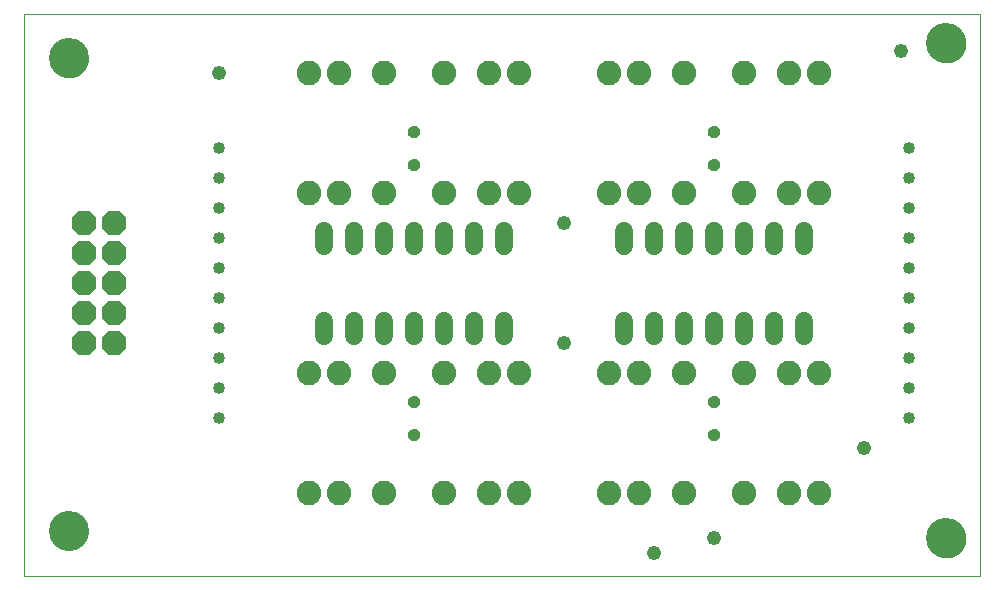
<source format=gts>
G75*
%MOIN*%
%OFA0B0*%
%FSLAX25Y25*%
%IPPOS*%
%LPD*%
%AMOC8*
5,1,8,0,0,1.08239X$1,22.5*
%
%ADD10C,0.00000*%
%ADD11C,0.13398*%
%ADD12C,0.06000*%
%ADD13C,0.04000*%
%ADD14C,0.08200*%
%ADD15C,0.00500*%
%ADD16OC8,0.08200*%
%ADD17C,0.04762*%
D10*
X0003050Y0001000D02*
X0003050Y0188461D01*
X0321751Y0188461D01*
X0321751Y0001000D01*
X0003050Y0001000D01*
X0011751Y0016000D02*
X0011753Y0016158D01*
X0011759Y0016316D01*
X0011769Y0016474D01*
X0011783Y0016632D01*
X0011801Y0016789D01*
X0011822Y0016946D01*
X0011848Y0017102D01*
X0011878Y0017258D01*
X0011911Y0017413D01*
X0011949Y0017566D01*
X0011990Y0017719D01*
X0012035Y0017871D01*
X0012084Y0018022D01*
X0012137Y0018171D01*
X0012193Y0018319D01*
X0012253Y0018465D01*
X0012317Y0018610D01*
X0012385Y0018753D01*
X0012456Y0018895D01*
X0012530Y0019035D01*
X0012608Y0019172D01*
X0012690Y0019308D01*
X0012774Y0019442D01*
X0012863Y0019573D01*
X0012954Y0019702D01*
X0013049Y0019829D01*
X0013146Y0019954D01*
X0013247Y0020076D01*
X0013351Y0020195D01*
X0013458Y0020312D01*
X0013568Y0020426D01*
X0013681Y0020537D01*
X0013796Y0020646D01*
X0013914Y0020751D01*
X0014035Y0020853D01*
X0014158Y0020953D01*
X0014284Y0021049D01*
X0014412Y0021142D01*
X0014542Y0021232D01*
X0014675Y0021318D01*
X0014810Y0021402D01*
X0014946Y0021481D01*
X0015085Y0021558D01*
X0015226Y0021630D01*
X0015368Y0021700D01*
X0015512Y0021765D01*
X0015658Y0021827D01*
X0015805Y0021885D01*
X0015954Y0021940D01*
X0016104Y0021991D01*
X0016255Y0022038D01*
X0016407Y0022081D01*
X0016560Y0022120D01*
X0016715Y0022156D01*
X0016870Y0022187D01*
X0017026Y0022215D01*
X0017182Y0022239D01*
X0017339Y0022259D01*
X0017497Y0022275D01*
X0017654Y0022287D01*
X0017813Y0022295D01*
X0017971Y0022299D01*
X0018129Y0022299D01*
X0018287Y0022295D01*
X0018446Y0022287D01*
X0018603Y0022275D01*
X0018761Y0022259D01*
X0018918Y0022239D01*
X0019074Y0022215D01*
X0019230Y0022187D01*
X0019385Y0022156D01*
X0019540Y0022120D01*
X0019693Y0022081D01*
X0019845Y0022038D01*
X0019996Y0021991D01*
X0020146Y0021940D01*
X0020295Y0021885D01*
X0020442Y0021827D01*
X0020588Y0021765D01*
X0020732Y0021700D01*
X0020874Y0021630D01*
X0021015Y0021558D01*
X0021154Y0021481D01*
X0021290Y0021402D01*
X0021425Y0021318D01*
X0021558Y0021232D01*
X0021688Y0021142D01*
X0021816Y0021049D01*
X0021942Y0020953D01*
X0022065Y0020853D01*
X0022186Y0020751D01*
X0022304Y0020646D01*
X0022419Y0020537D01*
X0022532Y0020426D01*
X0022642Y0020312D01*
X0022749Y0020195D01*
X0022853Y0020076D01*
X0022954Y0019954D01*
X0023051Y0019829D01*
X0023146Y0019702D01*
X0023237Y0019573D01*
X0023326Y0019442D01*
X0023410Y0019308D01*
X0023492Y0019172D01*
X0023570Y0019035D01*
X0023644Y0018895D01*
X0023715Y0018753D01*
X0023783Y0018610D01*
X0023847Y0018465D01*
X0023907Y0018319D01*
X0023963Y0018171D01*
X0024016Y0018022D01*
X0024065Y0017871D01*
X0024110Y0017719D01*
X0024151Y0017566D01*
X0024189Y0017413D01*
X0024222Y0017258D01*
X0024252Y0017102D01*
X0024278Y0016946D01*
X0024299Y0016789D01*
X0024317Y0016632D01*
X0024331Y0016474D01*
X0024341Y0016316D01*
X0024347Y0016158D01*
X0024349Y0016000D01*
X0024347Y0015842D01*
X0024341Y0015684D01*
X0024331Y0015526D01*
X0024317Y0015368D01*
X0024299Y0015211D01*
X0024278Y0015054D01*
X0024252Y0014898D01*
X0024222Y0014742D01*
X0024189Y0014587D01*
X0024151Y0014434D01*
X0024110Y0014281D01*
X0024065Y0014129D01*
X0024016Y0013978D01*
X0023963Y0013829D01*
X0023907Y0013681D01*
X0023847Y0013535D01*
X0023783Y0013390D01*
X0023715Y0013247D01*
X0023644Y0013105D01*
X0023570Y0012965D01*
X0023492Y0012828D01*
X0023410Y0012692D01*
X0023326Y0012558D01*
X0023237Y0012427D01*
X0023146Y0012298D01*
X0023051Y0012171D01*
X0022954Y0012046D01*
X0022853Y0011924D01*
X0022749Y0011805D01*
X0022642Y0011688D01*
X0022532Y0011574D01*
X0022419Y0011463D01*
X0022304Y0011354D01*
X0022186Y0011249D01*
X0022065Y0011147D01*
X0021942Y0011047D01*
X0021816Y0010951D01*
X0021688Y0010858D01*
X0021558Y0010768D01*
X0021425Y0010682D01*
X0021290Y0010598D01*
X0021154Y0010519D01*
X0021015Y0010442D01*
X0020874Y0010370D01*
X0020732Y0010300D01*
X0020588Y0010235D01*
X0020442Y0010173D01*
X0020295Y0010115D01*
X0020146Y0010060D01*
X0019996Y0010009D01*
X0019845Y0009962D01*
X0019693Y0009919D01*
X0019540Y0009880D01*
X0019385Y0009844D01*
X0019230Y0009813D01*
X0019074Y0009785D01*
X0018918Y0009761D01*
X0018761Y0009741D01*
X0018603Y0009725D01*
X0018446Y0009713D01*
X0018287Y0009705D01*
X0018129Y0009701D01*
X0017971Y0009701D01*
X0017813Y0009705D01*
X0017654Y0009713D01*
X0017497Y0009725D01*
X0017339Y0009741D01*
X0017182Y0009761D01*
X0017026Y0009785D01*
X0016870Y0009813D01*
X0016715Y0009844D01*
X0016560Y0009880D01*
X0016407Y0009919D01*
X0016255Y0009962D01*
X0016104Y0010009D01*
X0015954Y0010060D01*
X0015805Y0010115D01*
X0015658Y0010173D01*
X0015512Y0010235D01*
X0015368Y0010300D01*
X0015226Y0010370D01*
X0015085Y0010442D01*
X0014946Y0010519D01*
X0014810Y0010598D01*
X0014675Y0010682D01*
X0014542Y0010768D01*
X0014412Y0010858D01*
X0014284Y0010951D01*
X0014158Y0011047D01*
X0014035Y0011147D01*
X0013914Y0011249D01*
X0013796Y0011354D01*
X0013681Y0011463D01*
X0013568Y0011574D01*
X0013458Y0011688D01*
X0013351Y0011805D01*
X0013247Y0011924D01*
X0013146Y0012046D01*
X0013049Y0012171D01*
X0012954Y0012298D01*
X0012863Y0012427D01*
X0012774Y0012558D01*
X0012690Y0012692D01*
X0012608Y0012828D01*
X0012530Y0012965D01*
X0012456Y0013105D01*
X0012385Y0013247D01*
X0012317Y0013390D01*
X0012253Y0013535D01*
X0012193Y0013681D01*
X0012137Y0013829D01*
X0012084Y0013978D01*
X0012035Y0014129D01*
X0011990Y0014281D01*
X0011949Y0014434D01*
X0011911Y0014587D01*
X0011878Y0014742D01*
X0011848Y0014898D01*
X0011822Y0015054D01*
X0011801Y0015211D01*
X0011783Y0015368D01*
X0011769Y0015526D01*
X0011759Y0015684D01*
X0011753Y0015842D01*
X0011751Y0016000D01*
X0011751Y0173500D02*
X0011753Y0173658D01*
X0011759Y0173816D01*
X0011769Y0173974D01*
X0011783Y0174132D01*
X0011801Y0174289D01*
X0011822Y0174446D01*
X0011848Y0174602D01*
X0011878Y0174758D01*
X0011911Y0174913D01*
X0011949Y0175066D01*
X0011990Y0175219D01*
X0012035Y0175371D01*
X0012084Y0175522D01*
X0012137Y0175671D01*
X0012193Y0175819D01*
X0012253Y0175965D01*
X0012317Y0176110D01*
X0012385Y0176253D01*
X0012456Y0176395D01*
X0012530Y0176535D01*
X0012608Y0176672D01*
X0012690Y0176808D01*
X0012774Y0176942D01*
X0012863Y0177073D01*
X0012954Y0177202D01*
X0013049Y0177329D01*
X0013146Y0177454D01*
X0013247Y0177576D01*
X0013351Y0177695D01*
X0013458Y0177812D01*
X0013568Y0177926D01*
X0013681Y0178037D01*
X0013796Y0178146D01*
X0013914Y0178251D01*
X0014035Y0178353D01*
X0014158Y0178453D01*
X0014284Y0178549D01*
X0014412Y0178642D01*
X0014542Y0178732D01*
X0014675Y0178818D01*
X0014810Y0178902D01*
X0014946Y0178981D01*
X0015085Y0179058D01*
X0015226Y0179130D01*
X0015368Y0179200D01*
X0015512Y0179265D01*
X0015658Y0179327D01*
X0015805Y0179385D01*
X0015954Y0179440D01*
X0016104Y0179491D01*
X0016255Y0179538D01*
X0016407Y0179581D01*
X0016560Y0179620D01*
X0016715Y0179656D01*
X0016870Y0179687D01*
X0017026Y0179715D01*
X0017182Y0179739D01*
X0017339Y0179759D01*
X0017497Y0179775D01*
X0017654Y0179787D01*
X0017813Y0179795D01*
X0017971Y0179799D01*
X0018129Y0179799D01*
X0018287Y0179795D01*
X0018446Y0179787D01*
X0018603Y0179775D01*
X0018761Y0179759D01*
X0018918Y0179739D01*
X0019074Y0179715D01*
X0019230Y0179687D01*
X0019385Y0179656D01*
X0019540Y0179620D01*
X0019693Y0179581D01*
X0019845Y0179538D01*
X0019996Y0179491D01*
X0020146Y0179440D01*
X0020295Y0179385D01*
X0020442Y0179327D01*
X0020588Y0179265D01*
X0020732Y0179200D01*
X0020874Y0179130D01*
X0021015Y0179058D01*
X0021154Y0178981D01*
X0021290Y0178902D01*
X0021425Y0178818D01*
X0021558Y0178732D01*
X0021688Y0178642D01*
X0021816Y0178549D01*
X0021942Y0178453D01*
X0022065Y0178353D01*
X0022186Y0178251D01*
X0022304Y0178146D01*
X0022419Y0178037D01*
X0022532Y0177926D01*
X0022642Y0177812D01*
X0022749Y0177695D01*
X0022853Y0177576D01*
X0022954Y0177454D01*
X0023051Y0177329D01*
X0023146Y0177202D01*
X0023237Y0177073D01*
X0023326Y0176942D01*
X0023410Y0176808D01*
X0023492Y0176672D01*
X0023570Y0176535D01*
X0023644Y0176395D01*
X0023715Y0176253D01*
X0023783Y0176110D01*
X0023847Y0175965D01*
X0023907Y0175819D01*
X0023963Y0175671D01*
X0024016Y0175522D01*
X0024065Y0175371D01*
X0024110Y0175219D01*
X0024151Y0175066D01*
X0024189Y0174913D01*
X0024222Y0174758D01*
X0024252Y0174602D01*
X0024278Y0174446D01*
X0024299Y0174289D01*
X0024317Y0174132D01*
X0024331Y0173974D01*
X0024341Y0173816D01*
X0024347Y0173658D01*
X0024349Y0173500D01*
X0024347Y0173342D01*
X0024341Y0173184D01*
X0024331Y0173026D01*
X0024317Y0172868D01*
X0024299Y0172711D01*
X0024278Y0172554D01*
X0024252Y0172398D01*
X0024222Y0172242D01*
X0024189Y0172087D01*
X0024151Y0171934D01*
X0024110Y0171781D01*
X0024065Y0171629D01*
X0024016Y0171478D01*
X0023963Y0171329D01*
X0023907Y0171181D01*
X0023847Y0171035D01*
X0023783Y0170890D01*
X0023715Y0170747D01*
X0023644Y0170605D01*
X0023570Y0170465D01*
X0023492Y0170328D01*
X0023410Y0170192D01*
X0023326Y0170058D01*
X0023237Y0169927D01*
X0023146Y0169798D01*
X0023051Y0169671D01*
X0022954Y0169546D01*
X0022853Y0169424D01*
X0022749Y0169305D01*
X0022642Y0169188D01*
X0022532Y0169074D01*
X0022419Y0168963D01*
X0022304Y0168854D01*
X0022186Y0168749D01*
X0022065Y0168647D01*
X0021942Y0168547D01*
X0021816Y0168451D01*
X0021688Y0168358D01*
X0021558Y0168268D01*
X0021425Y0168182D01*
X0021290Y0168098D01*
X0021154Y0168019D01*
X0021015Y0167942D01*
X0020874Y0167870D01*
X0020732Y0167800D01*
X0020588Y0167735D01*
X0020442Y0167673D01*
X0020295Y0167615D01*
X0020146Y0167560D01*
X0019996Y0167509D01*
X0019845Y0167462D01*
X0019693Y0167419D01*
X0019540Y0167380D01*
X0019385Y0167344D01*
X0019230Y0167313D01*
X0019074Y0167285D01*
X0018918Y0167261D01*
X0018761Y0167241D01*
X0018603Y0167225D01*
X0018446Y0167213D01*
X0018287Y0167205D01*
X0018129Y0167201D01*
X0017971Y0167201D01*
X0017813Y0167205D01*
X0017654Y0167213D01*
X0017497Y0167225D01*
X0017339Y0167241D01*
X0017182Y0167261D01*
X0017026Y0167285D01*
X0016870Y0167313D01*
X0016715Y0167344D01*
X0016560Y0167380D01*
X0016407Y0167419D01*
X0016255Y0167462D01*
X0016104Y0167509D01*
X0015954Y0167560D01*
X0015805Y0167615D01*
X0015658Y0167673D01*
X0015512Y0167735D01*
X0015368Y0167800D01*
X0015226Y0167870D01*
X0015085Y0167942D01*
X0014946Y0168019D01*
X0014810Y0168098D01*
X0014675Y0168182D01*
X0014542Y0168268D01*
X0014412Y0168358D01*
X0014284Y0168451D01*
X0014158Y0168547D01*
X0014035Y0168647D01*
X0013914Y0168749D01*
X0013796Y0168854D01*
X0013681Y0168963D01*
X0013568Y0169074D01*
X0013458Y0169188D01*
X0013351Y0169305D01*
X0013247Y0169424D01*
X0013146Y0169546D01*
X0013049Y0169671D01*
X0012954Y0169798D01*
X0012863Y0169927D01*
X0012774Y0170058D01*
X0012690Y0170192D01*
X0012608Y0170328D01*
X0012530Y0170465D01*
X0012456Y0170605D01*
X0012385Y0170747D01*
X0012317Y0170890D01*
X0012253Y0171035D01*
X0012193Y0171181D01*
X0012137Y0171329D01*
X0012084Y0171478D01*
X0012035Y0171629D01*
X0011990Y0171781D01*
X0011949Y0171934D01*
X0011911Y0172087D01*
X0011878Y0172242D01*
X0011848Y0172398D01*
X0011822Y0172554D01*
X0011801Y0172711D01*
X0011783Y0172868D01*
X0011769Y0173026D01*
X0011759Y0173184D01*
X0011753Y0173342D01*
X0011751Y0173500D01*
X0304251Y0178500D02*
X0304253Y0178658D01*
X0304259Y0178816D01*
X0304269Y0178974D01*
X0304283Y0179132D01*
X0304301Y0179289D01*
X0304322Y0179446D01*
X0304348Y0179602D01*
X0304378Y0179758D01*
X0304411Y0179913D01*
X0304449Y0180066D01*
X0304490Y0180219D01*
X0304535Y0180371D01*
X0304584Y0180522D01*
X0304637Y0180671D01*
X0304693Y0180819D01*
X0304753Y0180965D01*
X0304817Y0181110D01*
X0304885Y0181253D01*
X0304956Y0181395D01*
X0305030Y0181535D01*
X0305108Y0181672D01*
X0305190Y0181808D01*
X0305274Y0181942D01*
X0305363Y0182073D01*
X0305454Y0182202D01*
X0305549Y0182329D01*
X0305646Y0182454D01*
X0305747Y0182576D01*
X0305851Y0182695D01*
X0305958Y0182812D01*
X0306068Y0182926D01*
X0306181Y0183037D01*
X0306296Y0183146D01*
X0306414Y0183251D01*
X0306535Y0183353D01*
X0306658Y0183453D01*
X0306784Y0183549D01*
X0306912Y0183642D01*
X0307042Y0183732D01*
X0307175Y0183818D01*
X0307310Y0183902D01*
X0307446Y0183981D01*
X0307585Y0184058D01*
X0307726Y0184130D01*
X0307868Y0184200D01*
X0308012Y0184265D01*
X0308158Y0184327D01*
X0308305Y0184385D01*
X0308454Y0184440D01*
X0308604Y0184491D01*
X0308755Y0184538D01*
X0308907Y0184581D01*
X0309060Y0184620D01*
X0309215Y0184656D01*
X0309370Y0184687D01*
X0309526Y0184715D01*
X0309682Y0184739D01*
X0309839Y0184759D01*
X0309997Y0184775D01*
X0310154Y0184787D01*
X0310313Y0184795D01*
X0310471Y0184799D01*
X0310629Y0184799D01*
X0310787Y0184795D01*
X0310946Y0184787D01*
X0311103Y0184775D01*
X0311261Y0184759D01*
X0311418Y0184739D01*
X0311574Y0184715D01*
X0311730Y0184687D01*
X0311885Y0184656D01*
X0312040Y0184620D01*
X0312193Y0184581D01*
X0312345Y0184538D01*
X0312496Y0184491D01*
X0312646Y0184440D01*
X0312795Y0184385D01*
X0312942Y0184327D01*
X0313088Y0184265D01*
X0313232Y0184200D01*
X0313374Y0184130D01*
X0313515Y0184058D01*
X0313654Y0183981D01*
X0313790Y0183902D01*
X0313925Y0183818D01*
X0314058Y0183732D01*
X0314188Y0183642D01*
X0314316Y0183549D01*
X0314442Y0183453D01*
X0314565Y0183353D01*
X0314686Y0183251D01*
X0314804Y0183146D01*
X0314919Y0183037D01*
X0315032Y0182926D01*
X0315142Y0182812D01*
X0315249Y0182695D01*
X0315353Y0182576D01*
X0315454Y0182454D01*
X0315551Y0182329D01*
X0315646Y0182202D01*
X0315737Y0182073D01*
X0315826Y0181942D01*
X0315910Y0181808D01*
X0315992Y0181672D01*
X0316070Y0181535D01*
X0316144Y0181395D01*
X0316215Y0181253D01*
X0316283Y0181110D01*
X0316347Y0180965D01*
X0316407Y0180819D01*
X0316463Y0180671D01*
X0316516Y0180522D01*
X0316565Y0180371D01*
X0316610Y0180219D01*
X0316651Y0180066D01*
X0316689Y0179913D01*
X0316722Y0179758D01*
X0316752Y0179602D01*
X0316778Y0179446D01*
X0316799Y0179289D01*
X0316817Y0179132D01*
X0316831Y0178974D01*
X0316841Y0178816D01*
X0316847Y0178658D01*
X0316849Y0178500D01*
X0316847Y0178342D01*
X0316841Y0178184D01*
X0316831Y0178026D01*
X0316817Y0177868D01*
X0316799Y0177711D01*
X0316778Y0177554D01*
X0316752Y0177398D01*
X0316722Y0177242D01*
X0316689Y0177087D01*
X0316651Y0176934D01*
X0316610Y0176781D01*
X0316565Y0176629D01*
X0316516Y0176478D01*
X0316463Y0176329D01*
X0316407Y0176181D01*
X0316347Y0176035D01*
X0316283Y0175890D01*
X0316215Y0175747D01*
X0316144Y0175605D01*
X0316070Y0175465D01*
X0315992Y0175328D01*
X0315910Y0175192D01*
X0315826Y0175058D01*
X0315737Y0174927D01*
X0315646Y0174798D01*
X0315551Y0174671D01*
X0315454Y0174546D01*
X0315353Y0174424D01*
X0315249Y0174305D01*
X0315142Y0174188D01*
X0315032Y0174074D01*
X0314919Y0173963D01*
X0314804Y0173854D01*
X0314686Y0173749D01*
X0314565Y0173647D01*
X0314442Y0173547D01*
X0314316Y0173451D01*
X0314188Y0173358D01*
X0314058Y0173268D01*
X0313925Y0173182D01*
X0313790Y0173098D01*
X0313654Y0173019D01*
X0313515Y0172942D01*
X0313374Y0172870D01*
X0313232Y0172800D01*
X0313088Y0172735D01*
X0312942Y0172673D01*
X0312795Y0172615D01*
X0312646Y0172560D01*
X0312496Y0172509D01*
X0312345Y0172462D01*
X0312193Y0172419D01*
X0312040Y0172380D01*
X0311885Y0172344D01*
X0311730Y0172313D01*
X0311574Y0172285D01*
X0311418Y0172261D01*
X0311261Y0172241D01*
X0311103Y0172225D01*
X0310946Y0172213D01*
X0310787Y0172205D01*
X0310629Y0172201D01*
X0310471Y0172201D01*
X0310313Y0172205D01*
X0310154Y0172213D01*
X0309997Y0172225D01*
X0309839Y0172241D01*
X0309682Y0172261D01*
X0309526Y0172285D01*
X0309370Y0172313D01*
X0309215Y0172344D01*
X0309060Y0172380D01*
X0308907Y0172419D01*
X0308755Y0172462D01*
X0308604Y0172509D01*
X0308454Y0172560D01*
X0308305Y0172615D01*
X0308158Y0172673D01*
X0308012Y0172735D01*
X0307868Y0172800D01*
X0307726Y0172870D01*
X0307585Y0172942D01*
X0307446Y0173019D01*
X0307310Y0173098D01*
X0307175Y0173182D01*
X0307042Y0173268D01*
X0306912Y0173358D01*
X0306784Y0173451D01*
X0306658Y0173547D01*
X0306535Y0173647D01*
X0306414Y0173749D01*
X0306296Y0173854D01*
X0306181Y0173963D01*
X0306068Y0174074D01*
X0305958Y0174188D01*
X0305851Y0174305D01*
X0305747Y0174424D01*
X0305646Y0174546D01*
X0305549Y0174671D01*
X0305454Y0174798D01*
X0305363Y0174927D01*
X0305274Y0175058D01*
X0305190Y0175192D01*
X0305108Y0175328D01*
X0305030Y0175465D01*
X0304956Y0175605D01*
X0304885Y0175747D01*
X0304817Y0175890D01*
X0304753Y0176035D01*
X0304693Y0176181D01*
X0304637Y0176329D01*
X0304584Y0176478D01*
X0304535Y0176629D01*
X0304490Y0176781D01*
X0304449Y0176934D01*
X0304411Y0177087D01*
X0304378Y0177242D01*
X0304348Y0177398D01*
X0304322Y0177554D01*
X0304301Y0177711D01*
X0304283Y0177868D01*
X0304269Y0178026D01*
X0304259Y0178184D01*
X0304253Y0178342D01*
X0304251Y0178500D01*
X0304251Y0013500D02*
X0304253Y0013658D01*
X0304259Y0013816D01*
X0304269Y0013974D01*
X0304283Y0014132D01*
X0304301Y0014289D01*
X0304322Y0014446D01*
X0304348Y0014602D01*
X0304378Y0014758D01*
X0304411Y0014913D01*
X0304449Y0015066D01*
X0304490Y0015219D01*
X0304535Y0015371D01*
X0304584Y0015522D01*
X0304637Y0015671D01*
X0304693Y0015819D01*
X0304753Y0015965D01*
X0304817Y0016110D01*
X0304885Y0016253D01*
X0304956Y0016395D01*
X0305030Y0016535D01*
X0305108Y0016672D01*
X0305190Y0016808D01*
X0305274Y0016942D01*
X0305363Y0017073D01*
X0305454Y0017202D01*
X0305549Y0017329D01*
X0305646Y0017454D01*
X0305747Y0017576D01*
X0305851Y0017695D01*
X0305958Y0017812D01*
X0306068Y0017926D01*
X0306181Y0018037D01*
X0306296Y0018146D01*
X0306414Y0018251D01*
X0306535Y0018353D01*
X0306658Y0018453D01*
X0306784Y0018549D01*
X0306912Y0018642D01*
X0307042Y0018732D01*
X0307175Y0018818D01*
X0307310Y0018902D01*
X0307446Y0018981D01*
X0307585Y0019058D01*
X0307726Y0019130D01*
X0307868Y0019200D01*
X0308012Y0019265D01*
X0308158Y0019327D01*
X0308305Y0019385D01*
X0308454Y0019440D01*
X0308604Y0019491D01*
X0308755Y0019538D01*
X0308907Y0019581D01*
X0309060Y0019620D01*
X0309215Y0019656D01*
X0309370Y0019687D01*
X0309526Y0019715D01*
X0309682Y0019739D01*
X0309839Y0019759D01*
X0309997Y0019775D01*
X0310154Y0019787D01*
X0310313Y0019795D01*
X0310471Y0019799D01*
X0310629Y0019799D01*
X0310787Y0019795D01*
X0310946Y0019787D01*
X0311103Y0019775D01*
X0311261Y0019759D01*
X0311418Y0019739D01*
X0311574Y0019715D01*
X0311730Y0019687D01*
X0311885Y0019656D01*
X0312040Y0019620D01*
X0312193Y0019581D01*
X0312345Y0019538D01*
X0312496Y0019491D01*
X0312646Y0019440D01*
X0312795Y0019385D01*
X0312942Y0019327D01*
X0313088Y0019265D01*
X0313232Y0019200D01*
X0313374Y0019130D01*
X0313515Y0019058D01*
X0313654Y0018981D01*
X0313790Y0018902D01*
X0313925Y0018818D01*
X0314058Y0018732D01*
X0314188Y0018642D01*
X0314316Y0018549D01*
X0314442Y0018453D01*
X0314565Y0018353D01*
X0314686Y0018251D01*
X0314804Y0018146D01*
X0314919Y0018037D01*
X0315032Y0017926D01*
X0315142Y0017812D01*
X0315249Y0017695D01*
X0315353Y0017576D01*
X0315454Y0017454D01*
X0315551Y0017329D01*
X0315646Y0017202D01*
X0315737Y0017073D01*
X0315826Y0016942D01*
X0315910Y0016808D01*
X0315992Y0016672D01*
X0316070Y0016535D01*
X0316144Y0016395D01*
X0316215Y0016253D01*
X0316283Y0016110D01*
X0316347Y0015965D01*
X0316407Y0015819D01*
X0316463Y0015671D01*
X0316516Y0015522D01*
X0316565Y0015371D01*
X0316610Y0015219D01*
X0316651Y0015066D01*
X0316689Y0014913D01*
X0316722Y0014758D01*
X0316752Y0014602D01*
X0316778Y0014446D01*
X0316799Y0014289D01*
X0316817Y0014132D01*
X0316831Y0013974D01*
X0316841Y0013816D01*
X0316847Y0013658D01*
X0316849Y0013500D01*
X0316847Y0013342D01*
X0316841Y0013184D01*
X0316831Y0013026D01*
X0316817Y0012868D01*
X0316799Y0012711D01*
X0316778Y0012554D01*
X0316752Y0012398D01*
X0316722Y0012242D01*
X0316689Y0012087D01*
X0316651Y0011934D01*
X0316610Y0011781D01*
X0316565Y0011629D01*
X0316516Y0011478D01*
X0316463Y0011329D01*
X0316407Y0011181D01*
X0316347Y0011035D01*
X0316283Y0010890D01*
X0316215Y0010747D01*
X0316144Y0010605D01*
X0316070Y0010465D01*
X0315992Y0010328D01*
X0315910Y0010192D01*
X0315826Y0010058D01*
X0315737Y0009927D01*
X0315646Y0009798D01*
X0315551Y0009671D01*
X0315454Y0009546D01*
X0315353Y0009424D01*
X0315249Y0009305D01*
X0315142Y0009188D01*
X0315032Y0009074D01*
X0314919Y0008963D01*
X0314804Y0008854D01*
X0314686Y0008749D01*
X0314565Y0008647D01*
X0314442Y0008547D01*
X0314316Y0008451D01*
X0314188Y0008358D01*
X0314058Y0008268D01*
X0313925Y0008182D01*
X0313790Y0008098D01*
X0313654Y0008019D01*
X0313515Y0007942D01*
X0313374Y0007870D01*
X0313232Y0007800D01*
X0313088Y0007735D01*
X0312942Y0007673D01*
X0312795Y0007615D01*
X0312646Y0007560D01*
X0312496Y0007509D01*
X0312345Y0007462D01*
X0312193Y0007419D01*
X0312040Y0007380D01*
X0311885Y0007344D01*
X0311730Y0007313D01*
X0311574Y0007285D01*
X0311418Y0007261D01*
X0311261Y0007241D01*
X0311103Y0007225D01*
X0310946Y0007213D01*
X0310787Y0007205D01*
X0310629Y0007201D01*
X0310471Y0007201D01*
X0310313Y0007205D01*
X0310154Y0007213D01*
X0309997Y0007225D01*
X0309839Y0007241D01*
X0309682Y0007261D01*
X0309526Y0007285D01*
X0309370Y0007313D01*
X0309215Y0007344D01*
X0309060Y0007380D01*
X0308907Y0007419D01*
X0308755Y0007462D01*
X0308604Y0007509D01*
X0308454Y0007560D01*
X0308305Y0007615D01*
X0308158Y0007673D01*
X0308012Y0007735D01*
X0307868Y0007800D01*
X0307726Y0007870D01*
X0307585Y0007942D01*
X0307446Y0008019D01*
X0307310Y0008098D01*
X0307175Y0008182D01*
X0307042Y0008268D01*
X0306912Y0008358D01*
X0306784Y0008451D01*
X0306658Y0008547D01*
X0306535Y0008647D01*
X0306414Y0008749D01*
X0306296Y0008854D01*
X0306181Y0008963D01*
X0306068Y0009074D01*
X0305958Y0009188D01*
X0305851Y0009305D01*
X0305747Y0009424D01*
X0305646Y0009546D01*
X0305549Y0009671D01*
X0305454Y0009798D01*
X0305363Y0009927D01*
X0305274Y0010058D01*
X0305190Y0010192D01*
X0305108Y0010328D01*
X0305030Y0010465D01*
X0304956Y0010605D01*
X0304885Y0010747D01*
X0304817Y0010890D01*
X0304753Y0011035D01*
X0304693Y0011181D01*
X0304637Y0011329D01*
X0304584Y0011478D01*
X0304535Y0011629D01*
X0304490Y0011781D01*
X0304449Y0011934D01*
X0304411Y0012087D01*
X0304378Y0012242D01*
X0304348Y0012398D01*
X0304322Y0012554D01*
X0304301Y0012711D01*
X0304283Y0012868D01*
X0304269Y0013026D01*
X0304259Y0013184D01*
X0304253Y0013342D01*
X0304251Y0013500D01*
D11*
X0310550Y0013500D03*
X0310550Y0178500D03*
X0018050Y0173500D03*
X0018050Y0016000D03*
D12*
X0103050Y0080900D02*
X0103050Y0086100D01*
X0113050Y0086100D02*
X0113050Y0080900D01*
X0123050Y0080900D02*
X0123050Y0086100D01*
X0133050Y0086100D02*
X0133050Y0080900D01*
X0143050Y0080900D02*
X0143050Y0086100D01*
X0153050Y0086100D02*
X0153050Y0080900D01*
X0163050Y0080900D02*
X0163050Y0086100D01*
X0203050Y0086100D02*
X0203050Y0080900D01*
X0213050Y0080900D02*
X0213050Y0086100D01*
X0223050Y0086100D02*
X0223050Y0080900D01*
X0233050Y0080900D02*
X0233050Y0086100D01*
X0243050Y0086100D02*
X0243050Y0080900D01*
X0253050Y0080900D02*
X0253050Y0086100D01*
X0263050Y0086100D02*
X0263050Y0080900D01*
X0263050Y0110900D02*
X0263050Y0116100D01*
X0253050Y0116100D02*
X0253050Y0110900D01*
X0243050Y0110900D02*
X0243050Y0116100D01*
X0233050Y0116100D02*
X0233050Y0110900D01*
X0223050Y0110900D02*
X0223050Y0116100D01*
X0213050Y0116100D02*
X0213050Y0110900D01*
X0203050Y0110900D02*
X0203050Y0116100D01*
X0163050Y0116100D02*
X0163050Y0110900D01*
X0153050Y0110900D02*
X0153050Y0116100D01*
X0143050Y0116100D02*
X0143050Y0110900D01*
X0133050Y0110900D02*
X0133050Y0116100D01*
X0123050Y0116100D02*
X0123050Y0110900D01*
X0113050Y0110900D02*
X0113050Y0116100D01*
X0103050Y0116100D02*
X0103050Y0110900D01*
D13*
X0068050Y0113500D03*
X0068050Y0103500D03*
X0068050Y0093500D03*
X0068050Y0083500D03*
X0068050Y0073500D03*
X0068050Y0063500D03*
X0068050Y0053500D03*
X0068050Y0123500D03*
X0068050Y0133500D03*
X0068050Y0143500D03*
X0298050Y0143500D03*
X0298050Y0133500D03*
X0298050Y0123500D03*
X0298050Y0113500D03*
X0298050Y0103500D03*
X0298050Y0093500D03*
X0298050Y0083500D03*
X0298050Y0073500D03*
X0298050Y0063500D03*
X0298050Y0053500D03*
D14*
X0268050Y0068500D03*
X0258050Y0068500D03*
X0243050Y0068500D03*
X0223050Y0068500D03*
X0208050Y0068500D03*
X0198050Y0068500D03*
X0168050Y0068500D03*
X0158050Y0068500D03*
X0143050Y0068500D03*
X0123050Y0068500D03*
X0108050Y0068500D03*
X0098050Y0068500D03*
X0098050Y0028500D03*
X0108050Y0028500D03*
X0123050Y0028500D03*
X0143050Y0028500D03*
X0158050Y0028500D03*
X0168050Y0028500D03*
X0198050Y0028500D03*
X0208050Y0028500D03*
X0223050Y0028500D03*
X0243050Y0028500D03*
X0258050Y0028500D03*
X0268050Y0028500D03*
X0268050Y0128500D03*
X0258050Y0128500D03*
X0243050Y0128500D03*
X0223050Y0128500D03*
X0208050Y0128500D03*
X0198050Y0128500D03*
X0168050Y0128500D03*
X0158050Y0128500D03*
X0143050Y0128500D03*
X0123050Y0128500D03*
X0108050Y0128500D03*
X0098050Y0128500D03*
X0098050Y0168500D03*
X0108050Y0168500D03*
X0123050Y0168500D03*
X0143050Y0168500D03*
X0158050Y0168500D03*
X0168050Y0168500D03*
X0198050Y0168500D03*
X0208050Y0168500D03*
X0223050Y0168500D03*
X0243050Y0168500D03*
X0258050Y0168500D03*
X0268050Y0168500D03*
D15*
X0234616Y0149740D02*
X0234740Y0149374D01*
X0234780Y0148990D01*
X0234746Y0148609D01*
X0234628Y0148244D01*
X0234432Y0147915D01*
X0234168Y0147638D01*
X0233848Y0147427D01*
X0233490Y0147292D01*
X0233110Y0147240D01*
X0232710Y0147275D01*
X0232327Y0147398D01*
X0231981Y0147604D01*
X0231690Y0147881D01*
X0231468Y0148216D01*
X0231325Y0148592D01*
X0231270Y0148990D01*
X0231322Y0149383D01*
X0231459Y0149755D01*
X0231675Y0150087D01*
X0231960Y0150362D01*
X0232299Y0150568D01*
X0232676Y0150692D01*
X0233070Y0150730D01*
X0233454Y0150683D01*
X0233817Y0150553D01*
X0234142Y0150344D01*
X0234413Y0150069D01*
X0234616Y0149740D01*
X0234678Y0149556D02*
X0231385Y0149556D01*
X0231279Y0149058D02*
X0234773Y0149058D01*
X0234730Y0148559D02*
X0231338Y0148559D01*
X0231571Y0148061D02*
X0234519Y0148061D01*
X0234053Y0147562D02*
X0232051Y0147562D01*
X0231654Y0150055D02*
X0234422Y0150055D01*
X0233815Y0150553D02*
X0232276Y0150553D01*
X0233070Y0139710D02*
X0233454Y0139663D01*
X0233817Y0139533D01*
X0234142Y0139324D01*
X0234413Y0139049D01*
X0234616Y0138720D01*
X0234740Y0138354D01*
X0234780Y0137970D01*
X0234746Y0137589D01*
X0234628Y0137224D01*
X0234432Y0136895D01*
X0234168Y0136618D01*
X0233848Y0136407D01*
X0233490Y0136272D01*
X0233110Y0136220D01*
X0232710Y0136255D01*
X0232327Y0136378D01*
X0231981Y0136584D01*
X0231690Y0136861D01*
X0231468Y0137196D01*
X0231325Y0137572D01*
X0231270Y0137970D01*
X0231322Y0138363D01*
X0231459Y0138735D01*
X0231675Y0139067D01*
X0231960Y0139342D01*
X0232299Y0139548D01*
X0232676Y0139672D01*
X0233070Y0139710D01*
X0233668Y0139586D02*
X0232416Y0139586D01*
X0231697Y0139088D02*
X0234375Y0139088D01*
X0234660Y0138589D02*
X0231405Y0138589D01*
X0231286Y0138091D02*
X0234768Y0138091D01*
X0234747Y0137592D02*
X0231323Y0137592D01*
X0231536Y0137094D02*
X0234551Y0137094D01*
X0234133Y0136595D02*
X0231969Y0136595D01*
X0134780Y0137970D02*
X0134746Y0137589D01*
X0134628Y0137224D01*
X0134432Y0136895D01*
X0134168Y0136618D01*
X0133848Y0136407D01*
X0133490Y0136272D01*
X0133110Y0136220D01*
X0132710Y0136255D01*
X0132327Y0136378D01*
X0131981Y0136584D01*
X0131690Y0136861D01*
X0131468Y0137196D01*
X0131325Y0137572D01*
X0131270Y0137970D01*
X0131322Y0138363D01*
X0131459Y0138735D01*
X0131675Y0139067D01*
X0131960Y0139342D01*
X0132299Y0139548D01*
X0132676Y0139672D01*
X0133070Y0139710D01*
X0133454Y0139663D01*
X0133817Y0139533D01*
X0134142Y0139324D01*
X0134413Y0139049D01*
X0134616Y0138720D01*
X0134740Y0138354D01*
X0134780Y0137970D01*
X0134768Y0138091D02*
X0131286Y0138091D01*
X0131323Y0137592D02*
X0134747Y0137592D01*
X0134551Y0137094D02*
X0131536Y0137094D01*
X0131969Y0136595D02*
X0134133Y0136595D01*
X0134660Y0138589D02*
X0131405Y0138589D01*
X0131697Y0139088D02*
X0134375Y0139088D01*
X0133668Y0139586D02*
X0132416Y0139586D01*
X0133110Y0147240D02*
X0132710Y0147275D01*
X0132327Y0147398D01*
X0131981Y0147604D01*
X0131690Y0147881D01*
X0131468Y0148216D01*
X0131325Y0148592D01*
X0131270Y0148990D01*
X0131322Y0149383D01*
X0131459Y0149755D01*
X0131675Y0150087D01*
X0131960Y0150362D01*
X0132299Y0150568D01*
X0132676Y0150692D01*
X0133070Y0150730D01*
X0133454Y0150683D01*
X0133817Y0150553D01*
X0134142Y0150344D01*
X0134413Y0150069D01*
X0134616Y0149740D01*
X0134740Y0149374D01*
X0134780Y0148990D01*
X0134746Y0148609D01*
X0134628Y0148244D01*
X0134432Y0147915D01*
X0134168Y0147638D01*
X0133848Y0147427D01*
X0133490Y0147292D01*
X0133110Y0147240D01*
X0134053Y0147562D02*
X0132051Y0147562D01*
X0131571Y0148061D02*
X0134519Y0148061D01*
X0134730Y0148559D02*
X0131338Y0148559D01*
X0131279Y0149058D02*
X0134773Y0149058D01*
X0134678Y0149556D02*
X0131385Y0149556D01*
X0131654Y0150055D02*
X0134422Y0150055D01*
X0133815Y0150553D02*
X0132276Y0150553D01*
X0132990Y0060780D02*
X0133390Y0060745D01*
X0133773Y0060622D01*
X0134119Y0060416D01*
X0134410Y0060139D01*
X0134632Y0059804D01*
X0134775Y0059428D01*
X0134830Y0059030D01*
X0134778Y0058637D01*
X0134641Y0058265D01*
X0134425Y0057933D01*
X0134140Y0057658D01*
X0133801Y0057452D01*
X0133424Y0057328D01*
X0133030Y0057290D01*
X0132646Y0057337D01*
X0132283Y0057467D01*
X0131958Y0057676D01*
X0131687Y0057951D01*
X0131484Y0058280D01*
X0131360Y0058646D01*
X0131320Y0059030D01*
X0131354Y0059411D01*
X0131472Y0059776D01*
X0131668Y0060105D01*
X0131932Y0060382D01*
X0132252Y0060593D01*
X0132610Y0060728D01*
X0132990Y0060780D01*
X0131876Y0060323D02*
X0134217Y0060323D01*
X0134619Y0059824D02*
X0131501Y0059824D01*
X0131346Y0059326D02*
X0134789Y0059326D01*
X0134803Y0058827D02*
X0131341Y0058827D01*
X0131467Y0058329D02*
X0134665Y0058329D01*
X0134318Y0057830D02*
X0131806Y0057830D01*
X0132687Y0057332D02*
X0133436Y0057332D01*
X0132990Y0049760D02*
X0133390Y0049725D01*
X0133773Y0049602D01*
X0134119Y0049396D01*
X0134410Y0049119D01*
X0134632Y0048784D01*
X0134775Y0048408D01*
X0134830Y0048010D01*
X0134778Y0047617D01*
X0134641Y0047245D01*
X0134425Y0046913D01*
X0134140Y0046638D01*
X0133801Y0046432D01*
X0133424Y0046308D01*
X0133030Y0046270D01*
X0132646Y0046317D01*
X0132283Y0046447D01*
X0131958Y0046656D01*
X0131687Y0046931D01*
X0131484Y0047260D01*
X0131360Y0047626D01*
X0131320Y0048010D01*
X0131354Y0048391D01*
X0131472Y0048756D01*
X0131668Y0049085D01*
X0131932Y0049362D01*
X0132252Y0049573D01*
X0132610Y0049708D01*
X0132990Y0049760D01*
X0131926Y0049356D02*
X0134161Y0049356D01*
X0134584Y0048857D02*
X0131532Y0048857D01*
X0131351Y0048359D02*
X0134781Y0048359D01*
X0134810Y0047860D02*
X0131335Y0047860D01*
X0131449Y0047362D02*
X0134684Y0047362D01*
X0134373Y0046863D02*
X0131754Y0046863D01*
X0132513Y0046365D02*
X0133596Y0046365D01*
X0231320Y0048010D02*
X0231360Y0047626D01*
X0231484Y0047260D01*
X0231687Y0046931D01*
X0231958Y0046656D01*
X0232283Y0046447D01*
X0232646Y0046317D01*
X0233030Y0046270D01*
X0233424Y0046308D01*
X0233801Y0046432D01*
X0234140Y0046638D01*
X0234425Y0046913D01*
X0234641Y0047245D01*
X0234778Y0047617D01*
X0234830Y0048010D01*
X0234775Y0048408D01*
X0234632Y0048784D01*
X0234410Y0049119D01*
X0234119Y0049396D01*
X0233773Y0049602D01*
X0233390Y0049725D01*
X0232990Y0049760D01*
X0232610Y0049708D01*
X0232252Y0049573D01*
X0231932Y0049362D01*
X0231668Y0049085D01*
X0231472Y0048756D01*
X0231354Y0048391D01*
X0231320Y0048010D01*
X0231335Y0047860D02*
X0234810Y0047860D01*
X0234781Y0048359D02*
X0231351Y0048359D01*
X0231532Y0048857D02*
X0234584Y0048857D01*
X0234161Y0049356D02*
X0231926Y0049356D01*
X0231449Y0047362D02*
X0234684Y0047362D01*
X0234373Y0046863D02*
X0231754Y0046863D01*
X0232513Y0046365D02*
X0233596Y0046365D01*
X0233030Y0057290D02*
X0232646Y0057337D01*
X0232283Y0057467D01*
X0231958Y0057676D01*
X0231687Y0057951D01*
X0231484Y0058280D01*
X0231360Y0058646D01*
X0231320Y0059030D01*
X0231354Y0059411D01*
X0231472Y0059776D01*
X0231668Y0060105D01*
X0231932Y0060382D01*
X0232252Y0060593D01*
X0232610Y0060728D01*
X0232990Y0060780D01*
X0233390Y0060745D01*
X0233773Y0060622D01*
X0234119Y0060416D01*
X0234410Y0060139D01*
X0234632Y0059804D01*
X0234775Y0059428D01*
X0234830Y0059030D01*
X0234778Y0058637D01*
X0234641Y0058265D01*
X0234425Y0057933D01*
X0234140Y0057658D01*
X0233801Y0057452D01*
X0233424Y0057328D01*
X0233030Y0057290D01*
X0232687Y0057332D02*
X0233436Y0057332D01*
X0234318Y0057830D02*
X0231806Y0057830D01*
X0231467Y0058329D02*
X0234665Y0058329D01*
X0234803Y0058827D02*
X0231341Y0058827D01*
X0231346Y0059326D02*
X0234789Y0059326D01*
X0234619Y0059824D02*
X0231501Y0059824D01*
X0231876Y0060323D02*
X0234217Y0060323D01*
D16*
X0033050Y0078500D03*
X0023050Y0078500D03*
X0023050Y0088500D03*
X0033050Y0088500D03*
X0033050Y0098500D03*
X0023050Y0098500D03*
X0023050Y0108500D03*
X0033050Y0108500D03*
X0033050Y0118500D03*
X0023050Y0118500D03*
D17*
X0068050Y0168500D03*
X0183050Y0118500D03*
X0183050Y0078500D03*
X0283050Y0043500D03*
X0233050Y0013500D03*
X0213050Y0008500D03*
X0295550Y0176000D03*
M02*

</source>
